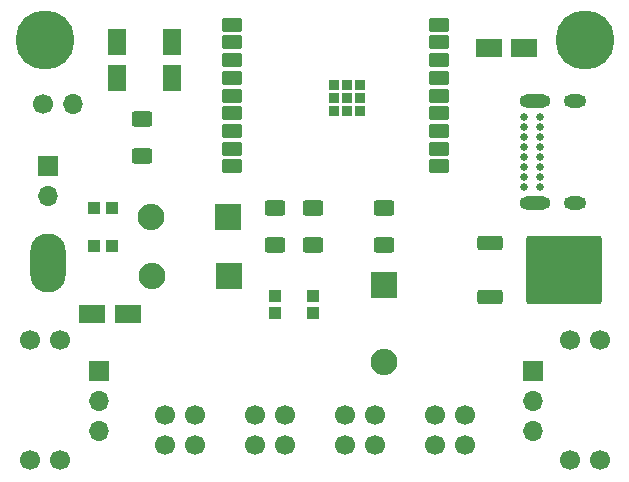
<source format=gbr>
%TF.GenerationSoftware,KiCad,Pcbnew,8.0.4*%
%TF.CreationDate,2024-08-06T00:30:12-04:00*%
%TF.ProjectId,ESP32-C3-BreadBoardAdapter,45535033-322d-4433-932d-427265616442,rev?*%
%TF.SameCoordinates,Original*%
%TF.FileFunction,Soldermask,Top*%
%TF.FilePolarity,Negative*%
%FSLAX46Y46*%
G04 Gerber Fmt 4.6, Leading zero omitted, Abs format (unit mm)*
G04 Created by KiCad (PCBNEW 8.0.4) date 2024-08-06 00:30:12*
%MOMM*%
%LPD*%
G01*
G04 APERTURE LIST*
G04 Aperture macros list*
%AMRoundRect*
0 Rectangle with rounded corners*
0 $1 Rounding radius*
0 $2 $3 $4 $5 $6 $7 $8 $9 X,Y pos of 4 corners*
0 Add a 4 corners polygon primitive as box body*
4,1,4,$2,$3,$4,$5,$6,$7,$8,$9,$2,$3,0*
0 Add four circle primitives for the rounded corners*
1,1,$1+$1,$2,$3*
1,1,$1+$1,$4,$5*
1,1,$1+$1,$6,$7*
1,1,$1+$1,$8,$9*
0 Add four rect primitives between the rounded corners*
20,1,$1+$1,$2,$3,$4,$5,0*
20,1,$1+$1,$4,$5,$6,$7,0*
20,1,$1+$1,$6,$7,$8,$9,0*
20,1,$1+$1,$8,$9,$2,$3,0*%
G04 Aperture macros list end*
%ADD10R,2.250000X2.250000*%
%ADD11O,2.250000X2.250000*%
%ADD12RoundRect,0.250000X-0.625000X0.400000X-0.625000X-0.400000X0.625000X-0.400000X0.625000X0.400000X0*%
%ADD13O,3.000000X5.000000*%
%ADD14C,1.700000*%
%ADD15O,1.700000X1.700000*%
%ADD16C,0.660400*%
%ADD17O,1.905000X1.117600*%
%ADD18O,2.616200X1.117600*%
%ADD19R,1.117600X1.041400*%
%ADD20R,2.200000X1.600000*%
%ADD21R,1.700000X1.700000*%
%ADD22RoundRect,0.250000X-0.850000X-0.350000X0.850000X-0.350000X0.850000X0.350000X-0.850000X0.350000X0*%
%ADD23RoundRect,0.249997X-2.950003X-2.650003X2.950003X-2.650003X2.950003X2.650003X-2.950003X2.650003X0*%
%ADD24R,1.041400X1.117600*%
%ADD25R,1.600000X2.200000*%
%ADD26C,5.000000*%
%ADD27RoundRect,0.102000X-0.750000X-0.450000X0.750000X-0.450000X0.750000X0.450000X-0.750000X0.450000X0*%
%ADD28RoundRect,0.102000X-0.350000X-0.350000X0.350000X-0.350000X0.350000X0.350000X-0.350000X0.350000X0*%
G04 APERTURE END LIST*
D10*
%TO.C,SW1*%
X143740000Y-80150000D03*
D11*
X143740000Y-86650000D03*
%TD*%
D12*
%TO.C,R3*%
X137740000Y-73650000D03*
X137740000Y-76750000D03*
%TD*%
D13*
%TO.C,J7*%
X115340000Y-78300000D03*
%TD*%
D14*
%TO.C,J6*%
X114865000Y-64812500D03*
D15*
X117405000Y-64812500D03*
%TD*%
D16*
%TO.C,J2*%
X155582435Y-71835557D03*
X155582435Y-70985556D03*
X155582435Y-70135558D03*
X155582435Y-69285557D03*
X155582435Y-68435556D03*
X155582435Y-67585555D03*
X155582435Y-66735557D03*
X155582435Y-65885556D03*
X156932435Y-65885556D03*
X156932435Y-66735557D03*
X156932435Y-67585555D03*
X156932435Y-68435556D03*
X156932435Y-69285557D03*
X156932435Y-70135558D03*
X156932435Y-70985556D03*
X156932435Y-71835557D03*
D17*
X159947435Y-73185542D03*
X159947435Y-64535572D03*
D18*
X156562436Y-73185557D03*
X156562435Y-64535572D03*
%TD*%
D19*
%TO.C,LED1*%
X134539800Y-81049999D03*
X134539800Y-82550001D03*
X137740200Y-82550001D03*
X137740200Y-81049999D03*
%TD*%
D20*
%TO.C,C1*%
X152640000Y-60100000D03*
X155640000Y-60100000D03*
%TD*%
D12*
%TO.C,R4*%
X123240000Y-66100000D03*
X123240000Y-69200000D03*
%TD*%
%TO.C,R8*%
X143740000Y-73650000D03*
X143740000Y-76750000D03*
%TD*%
D21*
%TO.C,J4*%
X156340000Y-87400000D03*
D15*
X156340000Y-89940000D03*
X156340000Y-92480000D03*
%TD*%
D12*
%TO.C,R7*%
X134540000Y-73650000D03*
X134540000Y-76750000D03*
%TD*%
D22*
%TO.C,U3*%
X152700000Y-76622500D03*
D23*
X159000000Y-78902500D03*
D22*
X152700000Y-81182500D03*
%TD*%
D24*
%TO.C,LED2*%
X120740000Y-73599800D03*
X119239998Y-73599800D03*
X119239998Y-76800200D03*
X120740000Y-76800200D03*
%TD*%
D10*
%TO.C,SW2*%
X130590000Y-79400000D03*
D11*
X124090000Y-79400000D03*
%TD*%
D10*
%TO.C,SW3*%
X130540000Y-74400000D03*
D11*
X124040000Y-74400000D03*
%TD*%
D21*
%TO.C,J1*%
X115340000Y-70060000D03*
D15*
X115340000Y-72600000D03*
%TD*%
D25*
%TO.C,C5*%
X121140000Y-59600000D03*
X121140000Y-62600000D03*
%TD*%
D20*
%TO.C,C3*%
X122040000Y-82600000D03*
X119040000Y-82600000D03*
%TD*%
D14*
%TO.C,ESP32-C3*%
X125170000Y-91190000D03*
X125170000Y-93730000D03*
X127710000Y-91190000D03*
X127710000Y-93730000D03*
X132790000Y-91190000D03*
X132790000Y-93730000D03*
X135330000Y-91190000D03*
X135330000Y-93730000D03*
X140410000Y-91190000D03*
X140410000Y-93730000D03*
X142950000Y-91190000D03*
X142950000Y-93730000D03*
X148030000Y-91190000D03*
X148030000Y-93730000D03*
X150570000Y-91190000D03*
X150570000Y-93730000D03*
X116280000Y-84840000D03*
X116280000Y-95000000D03*
X162000000Y-84840000D03*
X162000000Y-95000000D03*
D26*
X115010000Y-59440000D03*
X160730000Y-59440000D03*
D14*
X113740000Y-84840000D03*
X113740000Y-95000000D03*
X159460000Y-84840000D03*
X159460000Y-95000000D03*
%TD*%
D27*
%TO.C,U1*%
X130890000Y-58100000D03*
X130890000Y-59600000D03*
X130890000Y-61100000D03*
X130890000Y-62600000D03*
X130890000Y-64100000D03*
X130890000Y-65600000D03*
X130890000Y-67100000D03*
X130890000Y-68600000D03*
X130890000Y-70100000D03*
X148390000Y-70100000D03*
X148390000Y-68600000D03*
X148390000Y-67100000D03*
X148390000Y-65600000D03*
X148390000Y-64100000D03*
X148390000Y-62600000D03*
X148390000Y-61100000D03*
X148390000Y-59600000D03*
X148390000Y-58100000D03*
D28*
X139500000Y-63200000D03*
X140600000Y-63200000D03*
X141700000Y-63200000D03*
X139500000Y-64300000D03*
X140600000Y-64300000D03*
X141700000Y-64300000D03*
X139500000Y-65400000D03*
X140600000Y-65400000D03*
X141700000Y-65400000D03*
%TD*%
D21*
%TO.C,J3*%
X119640000Y-87400000D03*
D15*
X119640000Y-89940000D03*
X119640000Y-92480000D03*
%TD*%
D25*
%TO.C,C4*%
X125840000Y-59600000D03*
X125840000Y-62600000D03*
%TD*%
M02*

</source>
